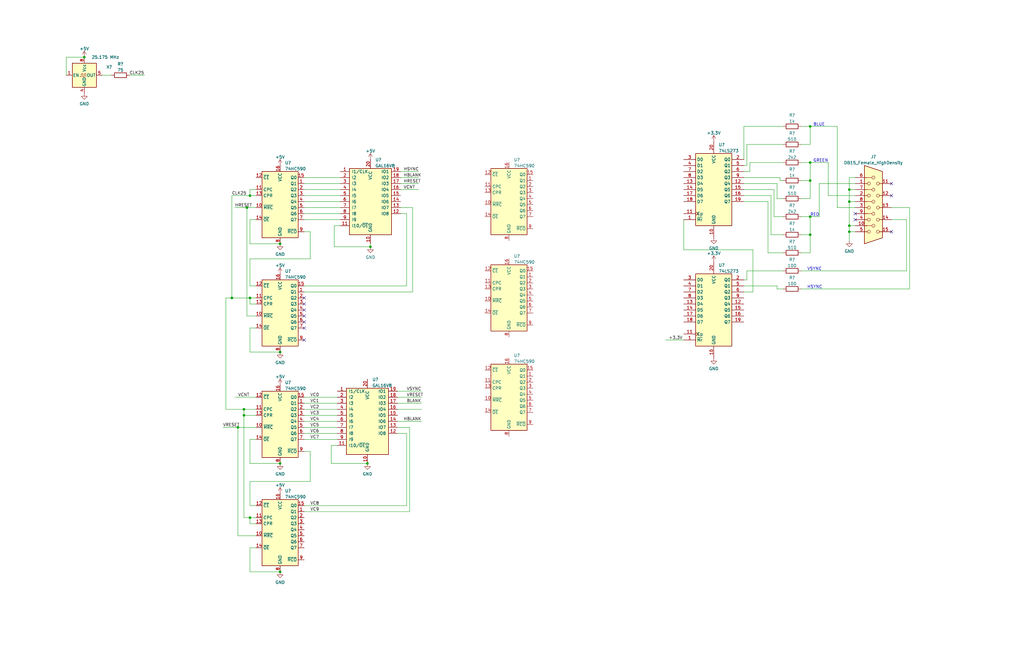
<source format=kicad_sch>
(kicad_sch (version 20211123) (generator eeschema)
  (paper "B")
  (lib_symbols
    (symbol "74xx:74HC590"
      (property "Reference" "U" (at -7.62 16.51 0))
      (property "Value" "74HC590" (at -7.62 -13.97 0))
      (symbol "74HC590_1_0"
        (pin tri_state line (at 10.16 10.16 180) (length 2.54) (name "Q1") (number "1"))
        (pin input line (at -10.16 0 0) (length 2.54) (name "~{MRC}") (number "10"))
        (pin input line (at -10.16 7.62 0) (length 2.54) (name "CPC") (number "11"))
        (pin input line (at -10.16 12.7 0) (length 2.54) (name "~{CE}") (number "12"))
        (pin input line (at -10.16 5.08 0) (length 2.54) (name "CPR") (number "13"))
        (pin input line (at -10.16 -5.08 0) (length 2.54) (name "~{OE}") (number "14"))
        (pin tri_state line (at 10.16 12.7 180) (length 2.54) (name "Q0") (number "15"))
        (pin power_in line (at 0 17.78 270) (length 2.54) (name "VCC") (number "16"))
        (pin tri_state line (at 10.16 7.62 180) (length 2.54) (name "Q2") (number "2"))
        (pin tri_state line (at 10.16 5.08 180) (length 2.54) (name "Q3") (number "3"))
        (pin tri_state line (at 10.16 2.54 180) (length 2.54) (name "Q4") (number "4"))
        (pin tri_state line (at 10.16 0 180) (length 2.54) (name "Q5") (number "5"))
        (pin tri_state line (at 10.16 -2.54 180) (length 2.54) (name "Q6") (number "6"))
        (pin tri_state line (at 10.16 -5.08 180) (length 2.54) (name "Q7") (number "7"))
        (pin power_in line (at 0 -15.24 90) (length 2.54) (name "GND") (number "8"))
        (pin output line (at 10.16 -10.16 180) (length 2.54) (name "~{RCO}") (number "9"))
      )
      (symbol "74HC590_1_1"
        (rectangle (start -7.62 15.24) (end 7.62 -12.7) (stroke (width 0.254)) (fill (type background)))
      )
    )
    (symbol "74xx:74LS273"
      (property "Reference" "U" (at -7.62 16.51 0))
      (property "Value" "74LS273" (at -7.62 -16.51 0))
      (symbol "74LS273_1_0"
        (pin input line (at -12.7 -12.7 0) (length 5.08) (name "~{Mr}") (number "1"))
        (pin power_in line (at 0 -20.32 90) (length 5.08) (name "GND") (number "10"))
        (pin input clock (at -12.7 -10.16 0) (length 5.08) (name "Cp") (number "11"))
        (pin output line (at 12.7 2.54 180) (length 5.08) (name "Q4") (number "12"))
        (pin input line (at -12.7 2.54 0) (length 5.08) (name "D4") (number "13"))
        (pin input line (at -12.7 0 0) (length 5.08) (name "D5") (number "14"))
        (pin output line (at 12.7 0 180) (length 5.08) (name "Q5") (number "15"))
        (pin output line (at 12.7 -2.54 180) (length 5.08) (name "Q6") (number "16"))
        (pin input line (at -12.7 -2.54 0) (length 5.08) (name "D6") (number "17"))
        (pin input line (at -12.7 -5.08 0) (length 5.08) (name "D7") (number "18"))
        (pin output line (at 12.7 -5.08 180) (length 5.08) (name "Q7") (number "19"))
        (pin output line (at 12.7 12.7 180) (length 5.08) (name "Q0") (number "2"))
        (pin power_in line (at 0 20.32 270) (length 5.08) (name "VCC") (number "20"))
        (pin input line (at -12.7 12.7 0) (length 5.08) (name "D0") (number "3"))
        (pin input line (at -12.7 10.16 0) (length 5.08) (name "D1") (number "4"))
        (pin output line (at 12.7 10.16 180) (length 5.08) (name "Q1") (number "5"))
        (pin output line (at 12.7 7.62 180) (length 5.08) (name "Q2") (number "6"))
        (pin input line (at -12.7 7.62 0) (length 5.08) (name "D2") (number "7"))
        (pin input line (at -12.7 5.08 0) (length 5.08) (name "D3") (number "8"))
        (pin output line (at 12.7 5.08 180) (length 5.08) (name "Q3") (number "9"))
      )
      (symbol "74LS273_1_1"
        (rectangle (start -7.62 15.24) (end 7.62 -15.24) (stroke (width 0.254)) (fill (type background)))
      )
    )
    (symbol "Connector:DB15_Female_HighDensity" (pin_names (offset 1.016) hide)
      (property "Reference" "J" (at 0 21.59 0))
      (property "Value" "DB15_Female_HighDensity" (at 0 19.05 0))
      (symbol "DB15_Female_HighDensity_0_1"
        (circle (center -1.905 -10.16) (radius 0.635))
        (circle (center -1.905 -5.08) (radius 0.635))
        (circle (center -1.905 0) (radius 0.635))
        (circle (center -1.905 5.08) (radius 0.635))
        (circle (center -1.905 10.16) (radius 0.635))
        (circle (center 0 -7.62) (radius 0.635))
        (circle (center 0 -2.54) (radius 0.635))
        (polyline (pts (xy -3.175 7.62) (xy -0.635 7.62)))
        (polyline (pts (xy -0.635 -7.62) (xy -3.175 -7.62)))
        (polyline (pts (xy -0.635 -2.54) (xy -3.175 -2.54)))
        (polyline (pts (xy -0.635 2.54) (xy -3.175 2.54)))
        (polyline (pts (xy -0.635 12.7) (xy -3.175 12.7)))
        (polyline (pts (xy -3.81 17.78) (xy -3.81 -15.24) (xy 3.81 -12.7) (xy 3.81 15.24) (xy -3.81 17.78)) (stroke (width 0.254)) (fill (type background)))
        (circle (center 0 2.54) (radius 0.635))
        (circle (center 0 7.62) (radius 0.635))
        (circle (center 0 12.7) (radius 0.635))
        (circle (center 1.905 -10.16) (radius 0.635))
        (circle (center 1.905 -5.08) (radius 0.635))
        (circle (center 1.905 0) (radius 0.635))
        (circle (center 1.905 5.08) (radius 0.635))
        (circle (center 1.905 10.16) (radius 0.635))
      )
      (symbol "DB15_Female_HighDensity_1_1"
        (pin passive line (at -7.62 10.16 0) (length 5.08) (name "~") (number "1"))
        (pin passive line (at -7.62 -7.62 0) (length 5.08) (name "~") (number "10"))
        (pin passive line (at 7.62 10.16 180) (length 5.08) (name "~") (number "11"))
        (pin passive line (at 7.62 5.08 180) (length 5.08) (name "~") (number "12"))
        (pin passive line (at 7.62 0 180) (length 5.08) (name "~") (number "13"))
        (pin passive line (at 7.62 -5.08 180) (length 5.08) (name "~") (number "14"))
        (pin passive line (at 7.62 -10.16 180) (length 5.08) (name "~") (number "15"))
        (pin passive line (at -7.62 5.08 0) (length 5.08) (name "~") (number "2"))
        (pin passive line (at -7.62 0 0) (length 5.08) (name "~") (number "3"))
        (pin passive line (at -7.62 -5.08 0) (length 5.08) (name "~") (number "4"))
        (pin passive line (at -7.62 -10.16 0) (length 5.08) (name "~") (number "5"))
        (pin passive line (at -7.62 12.7 0) (length 5.08) (name "~") (number "6"))
        (pin passive line (at -7.62 7.62 0) (length 5.08) (name "~") (number "7"))
        (pin passive line (at -7.62 2.54 0) (length 5.08) (name "~") (number "8"))
        (pin passive line (at -7.62 -2.54 0) (length 5.08) (name "~") (number "9"))
      )
    )
    (symbol "Device:R" (pin_numbers hide) (pin_names (offset 0))
      (property "Reference" "R" (at 2.032 0 90))
      (property "Value" "R" (at 0 0 90))
      (symbol "R_0_1"
        (rectangle (start -1.016 -2.54) (end 1.016 2.54) (stroke (width 0.254)))
      )
      (symbol "R_1_1"
        (pin passive line (at 0 3.81 270) (length 1.27) (name "~") (number "1"))
        (pin passive line (at 0 -3.81 90) (length 1.27) (name "~") (number "2"))
      )
    )
    (symbol "Logic_Programmable:GAL16V8" (pin_names (offset 1.016))
      (property "Reference" "U" (at -8.89 16.51 0))
      (property "Value" "GAL16V8" (at 1.27 16.51 0))
      (symbol "GAL16V8_0_0"
        (pin power_in line (at 0 -17.78 90) (length 3.81) (name "GND") (number "10"))
        (pin power_in line (at 0 17.78 270) (length 3.81) (name "VCC") (number "20"))
      )
      (symbol "GAL16V8_0_1"
        (rectangle (start -8.89 13.97) (end 8.89 -13.97) (stroke (width 0.254)) (fill (type background)))
      )
      (symbol "GAL16V8_1_1"
        (pin input line (at -12.7 12.7 0) (length 3.81) (name "I1/CLK") (number "1"))
        (pin input line (at -12.7 -10.16 0) (length 3.81) (name "I10/~{OE}") (number "11"))
        (pin tri_state line (at 12.7 -5.08 180) (length 3.81) (name "IO8") (number "12"))
        (pin tri_state line (at 12.7 -2.54 180) (length 3.81) (name "IO7") (number "13"))
        (pin tri_state line (at 12.7 0 180) (length 3.81) (name "IO6") (number "14"))
        (pin tri_state line (at 12.7 2.54 180) (length 3.81) (name "IO5") (number "15"))
        (pin tri_state line (at 12.7 5.08 180) (length 3.81) (name "IO4") (number "16"))
        (pin tri_state line (at 12.7 7.62 180) (length 3.81) (name "I03") (number "17"))
        (pin tri_state line (at 12.7 10.16 180) (length 3.81) (name "IO2") (number "18"))
        (pin tri_state line (at 12.7 12.7 180) (length 3.81) (name "IO1") (number "19"))
        (pin input line (at -12.7 10.16 0) (length 3.81) (name "I2") (number "2"))
        (pin input line (at -12.7 7.62 0) (length 3.81) (name "I3") (number "3"))
        (pin input line (at -12.7 5.08 0) (length 3.81) (name "I4") (number "4"))
        (pin input line (at -12.7 2.54 0) (length 3.81) (name "I5") (number "5"))
        (pin input line (at -12.7 0 0) (length 3.81) (name "I6") (number "6"))
        (pin input line (at -12.7 -2.54 0) (length 3.81) (name "I7") (number "7"))
        (pin input line (at -12.7 -5.08 0) (length 3.81) (name "I8") (number "8"))
        (pin input line (at -12.7 -7.62 0) (length 3.81) (name "I9") (number "9"))
      )
    )
    (symbol "Oscillator:CXO_DIP8" (pin_names (offset 0.254))
      (property "Reference" "X" (at -5.08 6.35 0))
      (property "Value" "CXO_DIP8" (at 1.27 -6.35 0))
      (symbol "CXO_DIP8_0_1"
        (rectangle (start -5.08 5.08) (end 5.08 -5.08) (stroke (width 0.254)) (fill (type background)))
        (polyline (pts (xy -1.905 -0.635) (xy -1.27 -0.635) (xy -1.27 0.635) (xy -0.635 0.635) (xy -0.635 -0.635) (xy 0 -0.635) (xy 0 0.635) (xy 0.635 0.635) (xy 0.635 -0.635)))
      )
      (symbol "CXO_DIP8_1_1"
        (pin input line (at -7.62 0 0) (length 2.54) (name "EN") (number "1"))
        (pin power_in line (at 0 -7.62 90) (length 2.54) (name "GND") (number "4"))
        (pin output line (at 7.62 0 180) (length 2.54) (name "OUT") (number "5"))
        (pin power_in line (at 0 7.62 270) (length 2.54) (name "Vcc") (number "8"))
      )
    )
    (symbol "power:+3.3V" (power) (pin_names (offset 0))
      (property "Value" "+3.3V" (at 0 3.556 0))
      (symbol "+3.3V_0_1"
        (polyline (pts (xy -0.762 1.27) (xy 0 2.54)))
        (polyline (pts (xy 0 0) (xy 0 2.54)))
        (polyline (pts (xy 0 2.54) (xy 0.762 1.27)))
      )
      (symbol "+3.3V_1_1"
        (pin power_in line (at 0 0 90) (length 0) hide (name "+3.3V") (number "1"))
      )
    )
    (symbol "power:+5V" (power) (pin_names (offset 0))
      (property "Value" "+5V" (at 0 3.556 0))
      (symbol "+5V_0_1"
        (polyline (pts (xy -0.762 1.27) (xy 0 2.54)))
        (polyline (pts (xy 0 0) (xy 0 2.54)))
        (polyline (pts (xy 0 2.54) (xy 0.762 1.27)))
      )
      (symbol "+5V_1_1"
        (pin power_in line (at 0 0 90) (length 0) hide (name "+5V") (number "1"))
      )
    )
    (symbol "power:GND" (power) (pin_names (offset 0))
      (property "Value" "GND" (at 0 -3.81 0))
      (symbol "GND_0_1"
        (polyline (pts (xy 0 0) (xy 0 -1.27) (xy 1.27 -1.27) (xy 0 -2.54) (xy -1.27 -1.27) (xy 0 -1.27)))
      )
      (symbol "GND_1_1"
        (pin power_in line (at 0 0 270) (length 0) hide (name "GND") (number "1"))
      )
    )
  )
  (junction (at 118.11 148.59))
  (junction (at 100.33 180.34))
  (junction (at 358.14 95.25))
  (junction (at 118.11 102.87))
  (junction (at 105.41 125.73))
  (junction (at 341.63 68.58))
  (junction (at 118.11 195.58))
  (junction (at 154.94 195.58))
  (junction (at 105.41 82.55))
  (junction (at 156.21 104.14))
  (junction (at 358.14 97.79))
  (junction (at 118.11 241.3))
  (junction (at 341.63 99.06))
  (junction (at 97.79 125.73))
  (junction (at 341.63 91.44))
  (junction (at 341.63 53.34))
  (junction (at 104.14 87.63))
  (junction (at 358.14 80.01))
  (junction (at 102.87 175.26))
  (junction (at 102.87 172.72))
  (junction (at 358.14 85.09))
  (junction (at 105.41 218.44))
  (junction (at 341.63 76.2))
  (junction (at 35.56 24.13))
  (no_connect (at 375.92 77.47))
  (no_connect (at 375.92 82.55))
  (no_connect (at 375.92 97.79))
  (no_connect (at 360.68 90.17))
  (no_connect (at 360.68 92.71))
  (no_connect (at 128.27 125.73))
  (no_connect (at 128.27 128.27))
  (no_connect (at 128.27 133.35))
  (no_connect (at 128.27 135.89))
  (no_connect (at 128.27 130.81))
  (no_connect (at 128.27 138.43))
  (no_connect (at 128.27 143.51))
  (wire (pts (xy 337.82 76.2) (xy 341.63 76.2)))
  (wire (pts (xy 128.27 213.36) (xy 171.45 213.36)))
  (wire (pts (xy 171.45 90.17) (xy 168.91 90.17)))
  (wire (pts (xy 128.27 177.8) (xy 142.24 177.8)))
  (wire (pts (xy 107.95 87.63) (xy 104.14 87.63)))
  (wire (pts (xy 314.96 114.3) (xy 314.96 118.11)))
  (wire (pts (xy 375.92 87.63) (xy 383.54 87.63)))
  (wire (pts (xy 353.06 53.34) (xy 353.06 87.63)))
  (wire (pts (xy 107.95 82.55) (xy 105.41 82.55)))
  (wire (pts (xy 167.64 167.64) (xy 177.8 167.64)))
  (wire (pts (xy 105.41 218.44) (xy 107.95 218.44)))
  (wire (pts (xy 326.39 80.01) (xy 313.69 80.01)))
  (wire (pts (xy 128.27 215.9) (xy 172.72 215.9)))
  (wire (pts (xy 349.25 82.55) (xy 349.25 68.58)))
  (wire (pts (xy 105.41 120.65) (xy 107.95 120.65)))
  (wire (pts (xy 358.14 95.25) (xy 358.14 97.79)))
  (wire (pts (xy 102.87 172.72) (xy 95.25 172.72)))
  (wire (pts (xy 130.81 97.79) (xy 130.81 109.22)))
  (wire (pts (xy 128.27 175.26) (xy 142.24 175.26)))
  (wire (pts (xy 349.25 68.58) (xy 341.63 68.58)))
  (wire (pts (xy 105.41 102.87) (xy 118.11 102.87)))
  (wire (pts (xy 330.2 83.82) (xy 327.66 83.82)))
  (wire (pts (xy 330.2 121.92) (xy 327.66 121.92)))
  (wire (pts (xy 326.39 91.44) (xy 326.39 80.01)))
  (wire (pts (xy 330.2 53.34) (xy 313.69 53.34)))
  (wire (pts (xy 171.45 120.65) (xy 171.45 90.17)))
  (wire (pts (xy 330.2 68.58) (xy 316.23 68.58)))
  (wire (pts (xy 341.63 83.82) (xy 341.63 76.2)))
  (wire (pts (xy 171.45 182.88) (xy 167.64 182.88)))
  (wire (pts (xy 105.41 203.2) (xy 105.41 213.36)))
  (wire (pts (xy 128.27 90.17) (xy 143.51 90.17)))
  (wire (pts (xy 327.66 120.65) (xy 313.69 120.65)))
  (wire (pts (xy 358.14 80.01) (xy 358.14 85.09)))
  (wire (pts (xy 167.64 177.8) (xy 177.8 177.8)))
  (wire (pts (xy 314.96 118.11) (xy 313.69 118.11)))
  (wire (pts (xy 105.41 92.71) (xy 105.41 102.87)))
  (wire (pts (xy 128.27 167.64) (xy 142.24 167.64)))
  (wire (pts (xy 328.93 74.93) (xy 313.69 74.93)))
  (wire (pts (xy 140.97 95.25) (xy 140.97 104.14)))
  (wire (pts (xy 105.41 231.14) (xy 105.41 241.3)))
  (wire (pts (xy 105.41 195.58) (xy 118.11 195.58)))
  (wire (pts (xy 353.06 87.63) (xy 360.68 87.63)))
  (wire (pts (xy 107.95 180.34) (xy 100.33 180.34)))
  (wire (pts (xy 102.87 175.26) (xy 102.87 172.72)))
  (wire (pts (xy 130.81 109.22) (xy 105.41 109.22)))
  (wire (pts (xy 100.33 180.34) (xy 93.98 180.34)))
  (wire (pts (xy 105.41 185.42) (xy 105.41 195.58)))
  (wire (pts (xy 95.25 172.72) (xy 95.25 125.73)))
  (wire (pts (xy 341.63 53.34) (xy 341.63 60.96)))
  (wire (pts (xy 167.64 172.72) (xy 177.8 172.72)))
  (wire (pts (xy 105.41 125.73) (xy 97.79 125.73)))
  (wire (pts (xy 330.2 99.06) (xy 325.12 99.06)))
  (wire (pts (xy 105.41 125.73) (xy 105.41 128.27)))
  (wire (pts (xy 360.68 85.09) (xy 358.14 85.09)))
  (wire (pts (xy 99.06 87.63) (xy 104.14 87.63)))
  (wire (pts (xy 105.41 80.01) (xy 107.95 80.01)))
  (wire (pts (xy 107.95 220.98) (xy 105.41 220.98)))
  (wire (pts (xy 100.33 226.06) (xy 107.95 226.06)))
  (wire (pts (xy 102.87 218.44) (xy 102.87 175.26)))
  (wire (pts (xy 35.56 24.13) (xy 27.94 24.13)))
  (wire (pts (xy 360.68 95.25) (xy 358.14 95.25)))
  (wire (pts (xy 43.18 31.75) (xy 46.99 31.75)))
  (wire (pts (xy 107.95 231.14) (xy 105.41 231.14)))
  (wire (pts (xy 128.27 182.88) (xy 142.24 182.88)))
  (wire (pts (xy 104.14 87.63) (xy 104.14 133.35)))
  (wire (pts (xy 107.95 167.64) (xy 99.06 167.64)))
  (wire (pts (xy 337.82 99.06) (xy 341.63 99.06)))
  (wire (pts (xy 330.2 60.96) (xy 314.96 60.96)))
  (wire (pts (xy 328.93 76.2) (xy 328.93 74.93)))
  (wire (pts (xy 313.69 53.34) (xy 313.69 67.31)))
  (wire (pts (xy 107.95 175.26) (xy 102.87 175.26)))
  (wire (pts (xy 105.41 109.22) (xy 105.41 120.65)))
  (wire (pts (xy 143.51 82.55) (xy 128.27 82.55)))
  (wire (pts (xy 382.27 92.71) (xy 382.27 114.3)))
  (wire (pts (xy 139.7 187.96) (xy 139.7 195.58)))
  (wire (pts (xy 316.23 72.39) (xy 313.69 72.39)))
  (wire (pts (xy 341.63 53.34) (xy 353.06 53.34)))
  (wire (pts (xy 330.2 91.44) (xy 326.39 91.44)))
  (wire (pts (xy 128.27 180.34) (xy 142.24 180.34)))
  (wire (pts (xy 360.68 80.01) (xy 358.14 80.01)))
  (wire (pts (xy 314.96 69.85) (xy 313.69 69.85)))
  (wire (pts (xy 97.79 125.73) (xy 97.79 82.55)))
  (wire (pts (xy 97.79 82.55) (xy 105.41 82.55)))
  (wire (pts (xy 337.82 106.68) (xy 341.63 106.68)))
  (wire (pts (xy 382.27 114.3) (xy 337.82 114.3)))
  (wire (pts (xy 107.95 138.43) (xy 105.41 138.43)))
  (wire (pts (xy 140.97 104.14) (xy 156.21 104.14)))
  (wire (pts (xy 330.2 76.2) (xy 328.93 76.2)))
  (wire (pts (xy 105.41 220.98) (xy 105.41 218.44)))
  (wire (pts (xy 27.94 24.13) (xy 27.94 31.75)))
  (wire (pts (xy 128.27 92.71) (xy 143.51 92.71)))
  (wire (pts (xy 105.41 213.36) (xy 107.95 213.36)))
  (wire (pts (xy 313.69 123.19) (xy 317.5 123.19)))
  (wire (pts (xy 327.66 121.92) (xy 327.66 120.65)))
  (wire (pts (xy 176.53 74.93) (xy 168.91 74.93)))
  (wire (pts (xy 327.66 83.82) (xy 327.66 77.47)))
  (wire (pts (xy 316.23 68.58) (xy 316.23 72.39)))
  (wire (pts (xy 330.2 106.68) (xy 323.85 106.68)))
  (wire (pts (xy 95.25 125.73) (xy 97.79 125.73)))
  (wire (pts (xy 105.41 218.44) (xy 102.87 218.44)))
  (wire (pts (xy 105.41 241.3) (xy 118.11 241.3)))
  (wire (pts (xy 107.95 185.42) (xy 105.41 185.42)))
  (wire (pts (xy 288.29 143.51) (xy 280.67 143.51)))
  (wire (pts (xy 54.61 31.75) (xy 60.96 31.75)))
  (wire (pts (xy 383.54 87.63) (xy 383.54 121.92)))
  (wire (pts (xy 330.2 114.3) (xy 314.96 114.3)))
  (wire (pts (xy 325.12 82.55) (xy 313.69 82.55)))
  (wire (pts (xy 130.81 190.5) (xy 130.81 203.2)))
  (wire (pts (xy 375.92 92.71) (xy 382.27 92.71)))
  (wire (pts (xy 167.64 165.1) (xy 177.8 165.1)))
  (wire (pts (xy 383.54 121.92) (xy 337.82 121.92)))
  (wire (pts (xy 337.82 83.82) (xy 341.63 83.82)))
  (wire (pts (xy 105.41 82.55) (xy 105.41 80.01)))
  (wire (pts (xy 172.72 180.34) (xy 172.72 215.9)))
  (wire (pts (xy 345.44 91.44) (xy 341.63 91.44)))
  (wire (pts (xy 128.27 185.42) (xy 142.24 185.42)))
  (wire (pts (xy 100.33 180.34) (xy 100.33 226.06)))
  (wire (pts (xy 288.29 105.41) (xy 288.29 92.71)))
  (wire (pts (xy 143.51 95.25) (xy 140.97 95.25)))
  (wire (pts (xy 317.5 105.41) (xy 288.29 105.41)))
  (wire (pts (xy 327.66 77.47) (xy 313.69 77.47)))
  (wire (pts (xy 176.53 80.01) (xy 168.91 80.01)))
  (wire (pts (xy 156.21 104.14) (xy 156.21 102.87)))
  (wire (pts (xy 341.63 76.2) (xy 341.63 68.58)))
  (wire (pts (xy 360.68 77.47) (xy 345.44 77.47)))
  (wire (pts (xy 325.12 99.06) (xy 325.12 82.55)))
  (wire (pts (xy 128.27 74.93) (xy 143.51 74.93)))
  (wire (pts (xy 139.7 195.58) (xy 154.94 195.58)))
  (wire (pts (xy 360.68 74.93) (xy 358.14 74.93)))
  (wire (pts (xy 143.51 87.63) (xy 128.27 87.63)))
  (wire (pts (xy 337.82 53.34) (xy 341.63 53.34)))
  (wire (pts (xy 323.85 106.68) (xy 323.85 85.09)))
  (wire (pts (xy 173.99 123.19) (xy 173.99 87.63)))
  (wire (pts (xy 128.27 80.01) (xy 143.51 80.01)))
  (wire (pts (xy 171.45 213.36) (xy 171.45 182.88)))
  (wire (pts (xy 341.63 68.58) (xy 337.82 68.58)))
  (wire (pts (xy 128.27 190.5) (xy 130.81 190.5)))
  (wire (pts (xy 341.63 91.44) (xy 337.82 91.44)))
  (wire (pts (xy 358.14 97.79) (xy 358.14 101.6)))
  (wire (pts (xy 317.5 123.19) (xy 317.5 105.41)))
  (wire (pts (xy 176.53 72.39) (xy 168.91 72.39)))
  (wire (pts (xy 128.27 85.09) (xy 143.51 85.09)))
  (wire (pts (xy 360.68 82.55) (xy 349.25 82.55)))
  (wire (pts (xy 358.14 74.93) (xy 358.14 80.01)))
  (wire (pts (xy 360.68 97.79) (xy 358.14 97.79)))
  (wire (pts (xy 107.95 125.73) (xy 105.41 125.73)))
  (wire (pts (xy 105.41 148.59) (xy 118.11 148.59)))
  (wire (pts (xy 167.64 170.18) (xy 177.8 170.18)))
  (wire (pts (xy 323.85 85.09) (xy 313.69 85.09)))
  (wire (pts (xy 128.27 123.19) (xy 173.99 123.19)))
  (wire (pts (xy 130.81 203.2) (xy 105.41 203.2)))
  (wire (pts (xy 173.99 87.63) (xy 168.91 87.63)))
  (wire (pts (xy 345.44 77.47) (xy 345.44 91.44)))
  (wire (pts (xy 128.27 170.18) (xy 142.24 170.18)))
  (wire (pts (xy 104.14 133.35) (xy 107.95 133.35)))
  (wire (pts (xy 167.64 180.34) (xy 172.72 180.34)))
  (wire (pts (xy 341.63 106.68) (xy 341.63 99.06)))
  (wire (pts (xy 105.41 138.43) (xy 105.41 148.59)))
  (wire (pts (xy 358.14 85.09) (xy 358.14 95.25)))
  (wire (pts (xy 143.51 77.47) (xy 128.27 77.47)))
  (wire (pts (xy 105.41 128.27) (xy 107.95 128.27)))
  (wire (pts (xy 176.53 77.47) (xy 168.91 77.47)))
  (wire (pts (xy 341.63 99.06) (xy 341.63 91.44)))
  (wire (pts (xy 142.24 187.96) (xy 139.7 187.96)))
  (wire (pts (xy 341.63 60.96) (xy 337.82 60.96)))
  (wire (pts (xy 128.27 172.72) (xy 142.24 172.72)))
  (wire (pts (xy 107.95 92.71) (xy 105.41 92.71)))
  (wire (pts (xy 128.27 97.79) (xy 130.81 97.79)))
  (wire (pts (xy 102.87 172.72) (xy 107.95 172.72)))
  (wire (pts (xy 128.27 120.65) (xy 171.45 120.65)))
  (wire (pts (xy 314.96 60.96) (xy 314.96 69.85)))
  (text "HSYNC" (at 340.36 121.92 0) (effects (font (size 1.27 1.27)) (justify left bottom)))
  (text "VSYNC" (at 340.36 114.3 0) (effects (font (size 1.27 1.27)) (justify left bottom)))
  (text "GREEN" (at 342.9 68.58 0) (effects (font (size 1.27 1.27)) (justify left bottom)))
  (text "RED" (at 341.63 91.44 0) (effects (font (size 1.27 1.27)) (justify left bottom)))
  (text "BLUE" (at 342.9 53.34 0) (effects (font (size 1.27 1.27)) (justify left bottom)))
  (label "VC6" (at 130.81 182.88 0))
  (label "VSYNC" (at 171.45 165.1 0))
  (label "HRESET" (at 170.18 77.47 0))
  (label "VRESET" (at 93.98 180.34 0))
  (label "VCNT" (at 170.18 80.01 0))
  (label "+3.3V" (at 281.94 143.51 0))
  (label "HBLANK" (at 170.18 177.8 0))
  (label "VC0" (at 130.81 167.64 0))
  (label "VC9" (at 130.81 215.9 0))
  (label "VC2" (at 130.81 172.72 0))
  (label "HRESET" (at 99.06 87.63 0))
  (label "VCNT" (at 100.33 167.64 0))
  (label "HSYNC" (at 170.18 72.39 0))
  (label "VC4" (at 130.81 177.8 0))
  (label "BLANK" (at 171.45 170.18 0))
  (label "VC5" (at 130.81 180.34 0))
  (label "VC7" (at 130.81 185.42 0))
  (label "VC3" (at 130.81 175.26 0))
  (label "HBLANK" (at 170.18 74.93 0))
  (label "VRESET" (at 171.45 167.64 0))
  (label "VC1" (at 130.81 170.18 0))
  (label "CLK25" (at 54.61 31.75 0))
  (label "VC8" (at 130.81 213.36 0))
  (label "CLK25" (at 97.79 82.55 0))
  (symbol (lib_id "power:+5V") (at 118.11 162.56 0) (unit 1)
    (property "Reference" "#PWR?" (effects hide))
    (property "Value" "+5V" (at 118.11 158.9842 0))
  )
  (symbol (lib_id "Device:R") (at 334.01 121.92 90) (unit 1)
    (property "Reference" "R?" (at 334.01 117.2042 90))
    (property "Value" "100" (at 334.01 119.7411 90))
  )
  (symbol (lib_id "74xx:74HC590") (at 214.63 127 0) (unit 1)
    (property "Reference" "U?" (at 216.6494 108.0602 0) (effects (justify left)))
    (property "Value" "74HC590" (at 216.6494 110.5971 0) (effects (justify left)))
    (property "Datasheet" "https://assets.nexperia.com/documents/data-sheet/74HC590.pdf" (effects hide))
  )
  (symbol (lib_id "74xx:74HC590") (at 214.63 86.36 0) (unit 1)
    (property "Reference" "U?" (at 216.6494 67.4202 0) (effects (justify left)))
    (property "Value" "74HC590" (at 216.6494 69.9571 0) (effects (justify left)))
    (property "Datasheet" "https://assets.nexperia.com/documents/data-sheet/74HC590.pdf" (effects hide))
  )
  (symbol (lib_id "power:GND") (at 154.94 195.58 0) (unit 1)
    (property "Reference" "#PWR?" (effects hide))
    (property "Value" "GND" (at 154.94 200.0234 0))
  )
  (symbol (lib_id "74xx:74HC590") (at 118.11 226.06 0) (unit 1)
    (property "Reference" "U?" (at 120.1294 207.1202 0) (effects (justify left)))
    (property "Value" "74HC590" (at 120.1294 209.6571 0) (effects (justify left)))
    (property "Datasheet" "https://assets.nexperia.com/documents/data-sheet/74HC590.pdf" (effects hide))
  )
  (symbol (lib_id "Oscillator:CXO_DIP8") (at 35.56 31.75 0) (unit 1)
    (property "Reference" "X?" (at 46.0473 28.2916 0))
    (property "Value" "25.175 MHz" (at 44.45 24.13 0))
    (property "Footprint" "Oscillator:Oscillator_DIP-8" (effects hide))
    (property "Datasheet" "http://cdn-reichelt.de/documents/datenblatt/B400/OSZI.pdf" (effects hide))
  )
  (symbol (lib_id "Logic_Programmable:GAL16V8") (at 154.94 177.8 0) (unit 1)
    (property "Reference" "U?" (at 156.9594 160.1302 0) (effects (justify left)))
    (property "Value" "GAL16V8" (at 156.9594 162.6671 0) (effects (justify left)))
  )
  (symbol (lib_id "power:+3.3V") (at 300.99 110.49 0) (unit 1)
    (property "Reference" "#PWR?" (effects hide))
    (property "Value" "+3.3V" (at 300.99 106.9142 0))
  )
  (symbol (lib_id "Device:R") (at 334.01 53.34 90) (unit 1)
    (property "Reference" "R?" (at 334.01 48.6242 90))
    (property "Value" "1k" (at 334.01 51.1611 90))
  )
  (symbol (lib_id "Device:R") (at 334.01 91.44 90) (unit 1)
    (property "Reference" "R?" (at 334.01 86.7242 90))
    (property "Value" "2k2" (at 334.01 89.2611 90))
  )
  (symbol (lib_id "power:GND") (at 118.11 241.3 0) (unit 1)
    (property "Reference" "#PWR?" (effects hide))
    (property "Value" "GND" (at 118.11 245.7434 0))
  )
  (symbol (lib_id "74xx:74LS273") (at 300.99 80.01 0) (unit 1)
    (property "Reference" "U?" (at 303.0094 61.0702 0) (effects (justify left)))
    (property "Value" "74LS273" (at 303.0094 63.6071 0) (effects (justify left)))
    (property "Datasheet" "http://www.ti.com/lit/gpn/sn74LS273" (effects hide))
  )
  (symbol (lib_id "Connector:DB15_Female_HighDensity") (at 368.3 87.63 0) (unit 1)
    (property "Reference" "J?" (at 368.3 66.1502 0))
    (property "Value" "DB15_Female_HighDensity" (at 368.3 68.6871 0))
    (property "Datasheet" " ~" (effects hide))
  )
  (symbol (lib_id "Device:R") (at 334.01 76.2 90) (unit 1)
    (property "Reference" "R?" (at 334.01 71.4842 90))
    (property "Value" "1k" (at 334.01 74.0211 90))
  )
  (symbol (lib_id "power:+5V") (at 118.11 69.85 0) (unit 1)
    (property "Reference" "#PWR?" (effects hide))
    (property "Value" "+5V" (at 118.11 66.2742 0))
  )
  (symbol (lib_id "power:GND") (at 118.11 195.58 0) (unit 1)
    (property "Reference" "#PWR?" (effects hide))
    (property "Value" "GND" (at 118.11 200.0234 0))
  )
  (symbol (lib_id "Device:R") (at 334.01 114.3 90) (unit 1)
    (property "Reference" "R?" (at 334.01 109.5842 90))
    (property "Value" "100" (at 334.01 112.1211 90))
  )
  (symbol (lib_id "power:GND") (at 358.14 101.6 0) (unit 1)
    (property "Reference" "#PWR?" (effects hide))
    (property "Value" "GND" (at 358.14 106.0434 0))
  )
  (symbol (lib_id "Logic_Programmable:GAL16V8") (at 156.21 85.09 0) (unit 1)
    (property "Reference" "U?" (at 158.2294 67.4202 0) (effects (justify left)))
    (property "Value" "GAL16V8" (at 158.2294 69.9571 0) (effects (justify left)))
  )
  (symbol (lib_id "power:GND") (at 156.21 104.14 0) (unit 1)
    (property "Reference" "#PWR?" (effects hide))
    (property "Value" "GND" (at 156.21 108.5834 0))
  )
  (symbol (lib_id "power:GND") (at 118.11 148.59 0) (unit 1)
    (property "Reference" "#PWR?" (effects hide))
    (property "Value" "GND" (at 118.11 153.0334 0))
  )
  (symbol (lib_id "Device:R") (at 334.01 106.68 90) (unit 1)
    (property "Reference" "R?" (at 334.01 101.9642 90))
    (property "Value" "510" (at 334.01 104.5011 90))
  )
  (symbol (lib_id "74xx:74LS273") (at 300.99 130.81 0) (unit 1)
    (property "Reference" "U?" (at 303.0094 111.8702 0) (effects (justify left)))
    (property "Value" "74LS273" (at 303.0094 114.4071 0) (effects (justify left)))
    (property "Datasheet" "http://www.ti.com/lit/gpn/sn74LS273" (effects hide))
  )
  (symbol (lib_id "Device:R") (at 334.01 99.06 90) (unit 1)
    (property "Reference" "R?" (at 334.01 94.3442 90))
    (property "Value" "1k" (at 334.01 96.8811 90))
  )
  (symbol (lib_id "power:+5V") (at 35.56 24.13 0) (unit 1)
    (property "Reference" "#PWR?" (effects hide))
    (property "Value" "+5V" (at 35.56 20.5542 0))
  )
  (symbol (lib_id "Device:R") (at 50.8 31.75 90) (unit 1)
    (property "Reference" "R?" (at 50.8 27.0342 90))
    (property "Value" "75" (at 50.8 29.5711 90))
  )
  (symbol (lib_id "power:+5V") (at 156.21 67.31 0) (unit 1)
    (property "Reference" "#PWR?" (effects hide))
    (property "Value" "+5V" (at 156.21 63.7342 0))
  )
  (symbol (lib_id "power:GND") (at 118.11 102.87 0) (unit 1)
    (property "Reference" "#PWR?" (effects hide))
    (property "Value" "GND" (at 118.11 107.3134 0))
  )
  (symbol (lib_id "74xx:74HC590") (at 118.11 87.63 0) (unit 1)
    (property "Reference" "U?" (at 120.1294 68.6902 0) (effects (justify left)))
    (property "Value" "74HC590" (at 120.1294 71.2271 0) (effects (justify left)))
    (property "Datasheet" "https://assets.nexperia.com/documents/data-sheet/74HC590.pdf" (effects hide))
  )
  (symbol (lib_id "74xx:74HC590") (at 214.63 168.91 0) (unit 1)
    (property "Reference" "U?" (at 216.6494 149.9702 0) (effects (justify left)))
    (property "Value" "74HC590" (at 216.6494 152.5071 0) (effects (justify left)))
    (property "Datasheet" "https://assets.nexperia.com/documents/data-sheet/74HC590.pdf" (effects hide))
  )
  (symbol (lib_id "74xx:74HC590") (at 118.11 133.35 0) (unit 1)
    (property "Reference" "U?" (at 120.1294 114.4102 0) (effects (justify left)))
    (property "Value" "74HC590" (at 120.1294 116.9471 0) (effects (justify left)))
    (property "Datasheet" "https://assets.nexperia.com/documents/data-sheet/74HC590.pdf" (effects hide))
  )
  (symbol (lib_id "Device:R") (at 334.01 68.58 90) (unit 1)
    (property "Reference" "R?" (at 334.01 63.8642 90))
    (property "Value" "2k2" (at 334.01 66.4011 90))
  )
  (symbol (lib_id "74xx:74HC590") (at 118.11 180.34 0) (unit 1)
    (property "Reference" "U?" (at 120.1294 161.4002 0) (effects (justify left)))
    (property "Value" "74HC590" (at 120.1294 163.9371 0) (effects (justify left)))
    (property "Datasheet" "https://assets.nexperia.com/documents/data-sheet/74HC590.pdf" (effects hide))
  )
  (symbol (lib_id "Device:R") (at 334.01 83.82 90) (unit 1)
    (property "Reference" "R?" (at 334.01 79.1042 90))
    (property "Value" "510" (at 334.01 81.6411 90))
  )
  (symbol (lib_id "power:+3.3V") (at 300.99 59.69 0) (unit 1)
    (property "Reference" "#PWR?" (effects hide))
    (property "Value" "+3.3V" (at 300.99 56.1142 0))
  )
  (symbol (lib_id "Device:R") (at 334.01 60.96 90) (unit 1)
    (property "Reference" "R?" (at 334.01 56.2442 90))
    (property "Value" "510" (at 334.01 58.7811 90))
  )
  (symbol (lib_id "power:GND") (at 300.99 100.33 0) (unit 1)
    (property "Reference" "#PWR?" (effects hide))
    (property "Value" "GND" (at 300.99 104.7734 0))
  )
  (symbol (lib_id "power:GND") (at 300.99 151.13 0) (unit 1)
    (property "Reference" "#PWR?" (effects hide))
    (property "Value" "GND" (at 300.99 155.5734 0))
  )
  (symbol (lib_id "power:+5V") (at 118.11 208.28 0) (unit 1)
    (property "Reference" "#PWR?" (effects hide))
    (property "Value" "+5V" (at 118.11 204.7042 0))
  )
  (symbol (lib_id "power:GND") (at 35.56 39.37 0) (unit 1)
    (property "Reference" "#PWR?" (effects hide))
    (property "Value" "GND" (at 35.56 43.8134 0))
  )
  (symbol (lib_id "power:+5V") (at 118.11 115.57 0) (unit 1)
    (property "Reference" "#PWR?" (effects hide))
    (property "Value" "+5V" (at 118.11 111.9942 0))
  )
  (sheet (at 2.54 -67.31) (size 78.74 57.15) (stroke (width 0.1524))
    (property "Sheet name" "SRAM" (at 2.54 -68.0216 0) (effects (justify left bottom)))
    (property "Sheet file" "RF65816SBC_SRAM.kicad_sch" (at 2.54 -9.5754 0) (effects (justify left top)))
  )
)
</source>
